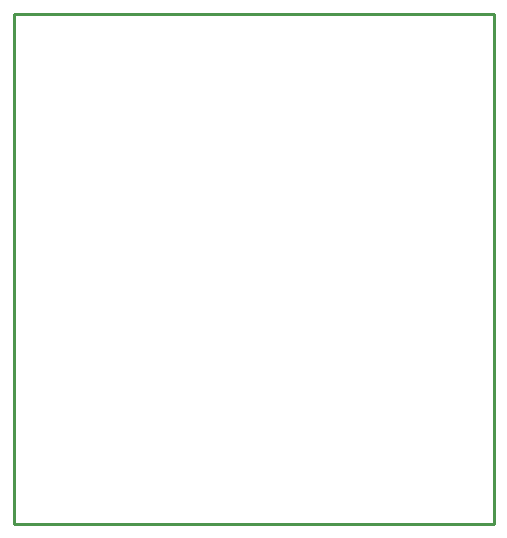
<source format=gko>
G04*
G04 #@! TF.GenerationSoftware,Altium Limited,Altium Designer,21.1.1 (26)*
G04*
G04 Layer_Color=16711935*
%FSLAX42Y42*%
%MOMM*%
G71*
G04*
G04 #@! TF.SameCoordinates,6A6C3286-DEE6-4DC7-8DC0-AF2A02889E3F*
G04*
G04*
G04 #@! TF.FilePolarity,Positive*
G04*
G01*
G75*
%ADD10C,0.25*%
D10*
X4064Y4318D02*
X4064Y0D01*
X0Y4318D02*
X4064D01*
X0Y0D02*
X4064D01*
X0D02*
Y4318D01*
M02*

</source>
